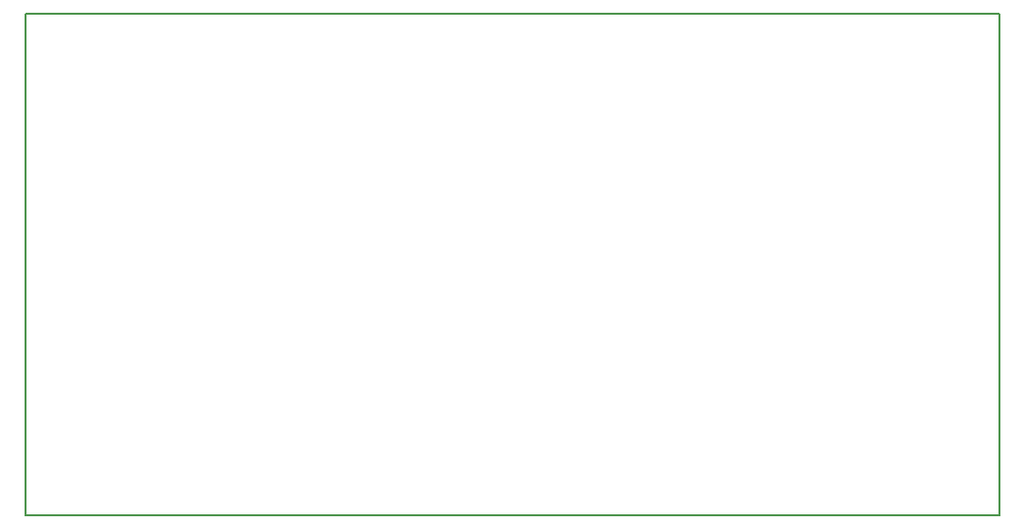
<source format=gbo>
G04 MADE WITH FRITZING*
G04 WWW.FRITZING.ORG*
G04 DOUBLE SIDED*
G04 HOLES PLATED*
G04 CONTOUR ON CENTER OF CONTOUR VECTOR*
%ASAXBY*%
%FSLAX23Y23*%
%MOIN*%
%OFA0B0*%
%SFA1.0B1.0*%
%ADD10R,3.312840X1.711170X3.296840X1.695170*%
%ADD11C,0.008000*%
%LNSILK0*%
G90*
G70*
G54D11*
X4Y1707D02*
X3309Y1707D01*
X3309Y4D01*
X4Y4D01*
X4Y1707D01*
D02*
G04 End of Silk0*
M02*
</source>
